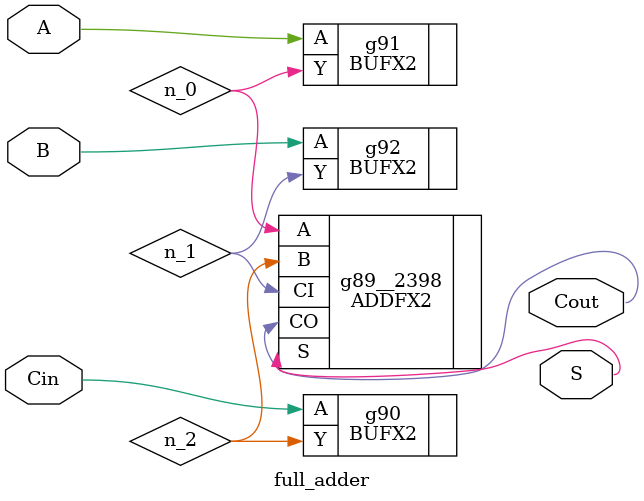
<source format=v>


// Verification Directory fv/full_adder 

module full_adder(A, B, Cin, S, Cout);
  input A, B, Cin;
  output S, Cout;
  wire A, B, Cin;
  wire S, Cout;
  wire n_0, n_1, n_2;
  ADDFX2 g89__2398(.A (n_0), .B (n_2), .CI (n_1), .CO (Cout), .S (S));
  BUFX2 g90(.A (Cin), .Y (n_2));
  BUFX2 g92(.A (B), .Y (n_1));
  BUFX2 g91(.A (A), .Y (n_0));
endmodule


</source>
